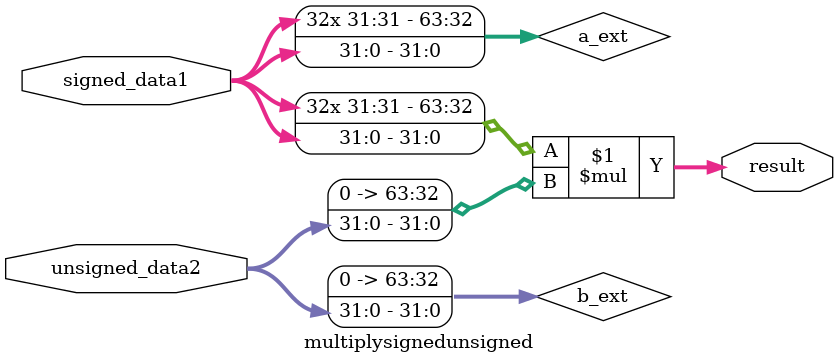
<source format=v>
`timescale 1ns / 1ps

module multiplysignedunsigned (
    input  signed [31:0] signed_data1,       // Signed 32-bit input
    input         [31:0] unsigned_data2,       // Unsigned 32-bit input
    output signed [63:0] result  // Signed 64-bit product
);
    // Sign-extend 'a' to 64 bits
    wire signed [63:0] a_ext = {{32{signed_data1[31]}}, signed_data1};

    // Zero-extend 'b' to 64 bits
    wire        [63:0] b_ext = {32'b0, unsigned_data2};

    // Perform signed * unsigned = signed multiplication
    assign result = a_ext * b_ext;
endmodule

</source>
